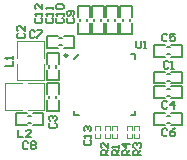
<source format=gto>
G04*
G04 #@! TF.GenerationSoftware,Altium Limited,Altium Designer,25.5.2 (35)*
G04*
G04 Layer_Color=14737632*
%FSLAX24Y24*%
%MOIN*%
G70*
G04*
G04 #@! TF.SameCoordinates,10BE4CE9-2312-42DA-BD6A-6239ED57E976*
G04*
G04*
G04 #@! TF.FilePolarity,Positive*
G04*
G01*
G75*
%ADD10C,0.0098*%
%ADD11C,0.0060*%
%ADD12C,0.0079*%
%ADD13C,0.0049*%
%ADD14C,0.0059*%
%ADD15C,0.0039*%
%ADD16C,0.0050*%
D10*
X-1250Y984D02*
G03*
X-1250Y984I-49J0D01*
G01*
D11*
X1654Y945D02*
Y1339D01*
X2579Y945D02*
Y1339D01*
X2215Y945D02*
X2579D01*
X1654D02*
X2018D01*
X2215Y1339D02*
X2579D01*
X1654D02*
X2018D01*
X39Y1703D02*
Y2067D01*
Y2264D02*
Y2628D01*
X433Y1703D02*
Y2067D01*
Y2264D02*
Y2628D01*
X39D02*
X433D01*
X39Y1703D02*
X433D01*
X512D02*
Y2067D01*
Y2264D02*
Y2628D01*
X906Y1703D02*
Y2067D01*
Y2264D02*
Y2628D01*
X512D02*
X906D01*
X512Y1703D02*
X906D01*
X-433D02*
Y2067D01*
Y2264D02*
Y2628D01*
X-39Y1703D02*
Y2067D01*
Y2264D02*
Y2628D01*
X-433D02*
X-39D01*
X-433Y1703D02*
X-39D01*
X-906D02*
Y2067D01*
Y2264D02*
Y2628D01*
X-512Y1703D02*
Y2067D01*
Y2264D02*
Y2628D01*
X-906D02*
X-512D01*
X-906Y1703D02*
X-512D01*
X1654Y-945D02*
X2018D01*
X2215D02*
X2579D01*
X1654Y-1339D02*
X2018D01*
X2215D02*
X2579D01*
Y-945D01*
X1654Y-1339D02*
Y-945D01*
X-1378Y1240D02*
X-1014D01*
X-1939D02*
X-1575D01*
X-1378Y1634D02*
X-1014D01*
X-1939D02*
X-1575D01*
X-1939Y1240D02*
Y1634D01*
X-1014Y1240D02*
Y1634D01*
X-2972Y-945D02*
X-2608D01*
X-2411D02*
X-2047D01*
X-2972Y-1339D02*
X-2608D01*
X-2411D02*
X-2047D01*
Y-945D01*
X-2972Y-1339D02*
Y-945D01*
X1654Y-49D02*
X2018D01*
X2215D02*
X2579D01*
X1654Y-443D02*
X2018D01*
X2215D02*
X2579D01*
Y-49D01*
X1654Y-443D02*
Y-49D01*
X-1939Y148D02*
X-1545D01*
X-1939Y1073D02*
X-1545D01*
Y709D02*
Y1073D01*
Y148D02*
Y512D01*
X-1939Y709D02*
Y1073D01*
Y148D02*
Y512D01*
X1654Y443D02*
X2018D01*
X2215D02*
X2579D01*
X1654Y49D02*
X2018D01*
X2215D02*
X2579D01*
Y443D01*
X1654Y49D02*
Y443D01*
X-1939Y49D02*
X-1545D01*
X-1939Y-876D02*
X-1545D01*
X-1939D02*
Y-512D01*
Y-315D02*
Y49D01*
X-1545Y-876D02*
Y-512D01*
Y-315D02*
Y49D01*
D12*
X2077Y1024D02*
X2156D01*
X2077Y1260D02*
X2156D01*
X118Y2126D02*
Y2205D01*
X354Y2126D02*
Y2205D01*
X591Y2126D02*
Y2205D01*
X827Y2126D02*
Y2205D01*
X-354Y2126D02*
Y2205D01*
X-118Y2126D02*
Y2205D01*
X-827Y2126D02*
Y2205D01*
X-591Y2126D02*
Y2205D01*
X2077Y-1024D02*
X2156D01*
X2077Y-1260D02*
X2156D01*
X-1516Y1319D02*
X-1437D01*
X-1516Y1555D02*
X-1437D01*
X-2549Y-1024D02*
X-2470D01*
X-2549Y-1260D02*
X-2470D01*
X2077Y-128D02*
X2156D01*
X2077Y-364D02*
X2156D01*
X-1624Y571D02*
Y650D01*
X-1860Y571D02*
Y650D01*
X2077Y364D02*
X2156D01*
X2077Y128D02*
X2156D01*
X-1860Y-453D02*
Y-374D01*
X-1624Y-453D02*
Y-374D01*
D13*
X228Y-1768D02*
X402D01*
X228Y-1382D02*
X402D01*
Y-1506D02*
Y-1382D01*
Y-1768D02*
Y-1644D01*
X228Y-1506D02*
Y-1382D01*
Y-1768D02*
Y-1644D01*
X-8Y-1768D02*
X165D01*
X-8Y-1382D02*
X165D01*
Y-1506D02*
Y-1382D01*
Y-1768D02*
Y-1644D01*
X-8Y-1506D02*
Y-1382D01*
Y-1768D02*
Y-1644D01*
X-323Y-1768D02*
X-150D01*
X-323Y-1382D02*
X-150D01*
Y-1506D02*
Y-1382D01*
Y-1768D02*
Y-1644D01*
X-323Y-1506D02*
Y-1382D01*
Y-1768D02*
Y-1644D01*
X976Y-1768D02*
Y-1644D01*
Y-1506D02*
Y-1382D01*
X1150Y-1768D02*
Y-1644D01*
Y-1506D02*
Y-1382D01*
X976D02*
X1150D01*
X976Y-1768D02*
X1150D01*
X740D02*
X913D01*
X740Y-1382D02*
X913D01*
Y-1506D02*
Y-1382D01*
Y-1768D02*
Y-1644D01*
X740Y-1506D02*
Y-1382D01*
Y-1768D02*
Y-1644D01*
D14*
X-1014Y856D02*
X-856Y1014D01*
X856D02*
X1014D01*
Y856D02*
Y1014D01*
Y-1014D02*
Y-856D01*
X856Y-1014D02*
X1014D01*
X-1014D02*
Y-856D01*
Y-1014D02*
X-856D01*
D15*
X-2930Y897D02*
Y1447D01*
X-2030D01*
Y897D02*
Y1447D01*
Y147D02*
Y697D01*
X-2930Y147D02*
X-2030D01*
X-2930D02*
Y697D01*
X-2577Y-854D02*
X-2027D01*
Y46D01*
X-2577D02*
X-2027D01*
X-3327D02*
X-2777D01*
X-3327Y-854D02*
Y46D01*
Y-854D02*
X-2777D01*
D16*
X1054Y1464D02*
Y1255D01*
X1096Y1214D01*
X1179D01*
X1220Y1255D01*
Y1464D01*
X1304Y1214D02*
X1387D01*
X1345D01*
Y1464D01*
X1304Y1422D01*
X-654Y-1839D02*
X-696Y-1880D01*
Y-1964D01*
X-654Y-2005D01*
X-488D01*
X-446Y-1964D01*
Y-1880D01*
X-488Y-1839D01*
X-446Y-1755D02*
Y-1672D01*
Y-1714D01*
X-696D01*
X-654Y-1755D01*
Y-1547D02*
X-696Y-1505D01*
Y-1422D01*
X-654Y-1381D01*
X-613D01*
X-571Y-1422D01*
Y-1464D01*
Y-1422D01*
X-529Y-1381D01*
X-488D01*
X-446Y-1422D01*
Y-1505D01*
X-488Y-1547D01*
X-2288Y2224D02*
X-2330Y2183D01*
Y2100D01*
X-2288Y2058D01*
X-2121D01*
X-2080Y2100D01*
Y2183D01*
X-2121Y2224D01*
X-2080Y2308D02*
Y2391D01*
Y2349D01*
X-2330D01*
X-2288Y2308D01*
X-2080Y2683D02*
Y2516D01*
X-2246Y2683D01*
X-2288D01*
X-2330Y2641D01*
Y2558D01*
X-2288Y2516D01*
X-1934Y2224D02*
X-1975Y2183D01*
Y2100D01*
X-1934Y2058D01*
X-1767D01*
X-1725Y2100D01*
Y2183D01*
X-1767Y2224D01*
X-1725Y2308D02*
Y2391D01*
Y2349D01*
X-1975D01*
X-1934Y2308D01*
X-1725Y2516D02*
Y2599D01*
Y2558D01*
X-1975D01*
X-1934Y2516D01*
X-1579Y2224D02*
X-1621Y2183D01*
Y2100D01*
X-1579Y2058D01*
X-1413D01*
X-1371Y2100D01*
Y2183D01*
X-1413Y2224D01*
X-1371Y2308D02*
Y2391D01*
Y2349D01*
X-1621D01*
X-1579Y2308D01*
Y2516D02*
X-1621Y2558D01*
Y2641D01*
X-1579Y2683D01*
X-1413D01*
X-1371Y2641D01*
Y2558D01*
X-1413Y2516D01*
X-1579D01*
X-1225Y2224D02*
X-1267Y2183D01*
Y2100D01*
X-1225Y2058D01*
X-1058D01*
X-1017Y2100D01*
Y2183D01*
X-1058Y2224D01*
Y2308D02*
X-1017Y2349D01*
Y2433D01*
X-1058Y2474D01*
X-1225D01*
X-1267Y2433D01*
Y2349D01*
X-1225Y2308D01*
X-1183D01*
X-1142Y2349D01*
Y2474D01*
X-2561Y-1925D02*
X-2603Y-1883D01*
X-2686D01*
X-2728Y-1925D01*
Y-2091D01*
X-2686Y-2133D01*
X-2603D01*
X-2561Y-2091D01*
X-2478Y-1925D02*
X-2436Y-1883D01*
X-2353D01*
X-2311Y-1925D01*
Y-1966D01*
X-2353Y-2008D01*
X-2311Y-2050D01*
Y-2091D01*
X-2353Y-2133D01*
X-2436D01*
X-2478Y-2091D01*
Y-2050D01*
X-2436Y-2008D01*
X-2478Y-1966D01*
Y-1925D01*
X-2436Y-2008D02*
X-2353D01*
X836Y-2352D02*
X586D01*
Y-2227D01*
X627Y-2185D01*
X711D01*
X752Y-2227D01*
Y-2352D01*
Y-2268D02*
X836Y-2185D01*
Y-1977D02*
X586D01*
X711Y-2102D01*
Y-1935D01*
X1198Y-2352D02*
X948D01*
Y-2227D01*
X990Y-2185D01*
X1073D01*
X1114Y-2227D01*
Y-2352D01*
Y-2268D02*
X1198Y-2185D01*
X990Y-2102D02*
X948Y-2060D01*
Y-1977D01*
X990Y-1935D01*
X1031D01*
X1073Y-1977D01*
Y-2018D01*
Y-1977D01*
X1114Y-1935D01*
X1156D01*
X1198Y-1977D01*
Y-2060D01*
X1156Y-2102D01*
X117Y-2352D02*
X-133D01*
Y-2227D01*
X-91Y-2185D01*
X-8D01*
X34Y-2227D01*
Y-2352D01*
Y-2268D02*
X117Y-2185D01*
Y-1935D02*
Y-2102D01*
X-50Y-1935D01*
X-91D01*
X-133Y-1977D01*
Y-2060D01*
X-91Y-2102D01*
X479Y-2352D02*
X229D01*
Y-2227D01*
X271Y-2185D01*
X354D01*
X396Y-2227D01*
Y-2352D01*
Y-2268D02*
X479Y-2185D01*
Y-2102D02*
Y-2018D01*
Y-2060D01*
X229D01*
X271Y-2102D01*
X2084Y-586D02*
X2043Y-544D01*
X1959D01*
X1918Y-586D01*
Y-753D01*
X1959Y-794D01*
X2043D01*
X2084Y-753D01*
X2293Y-794D02*
Y-544D01*
X2168Y-669D01*
X2334D01*
X-2879Y1713D02*
X-2920Y1671D01*
Y1588D01*
X-2879Y1546D01*
X-2712D01*
X-2670Y1588D01*
Y1671D01*
X-2712Y1713D01*
X-2670Y1963D02*
Y1796D01*
X-2837Y1963D01*
X-2879D01*
X-2920Y1921D01*
Y1838D01*
X-2879Y1796D01*
X2084Y1658D02*
X2043Y1700D01*
X1959D01*
X1918Y1658D01*
Y1491D01*
X1959Y1450D01*
X2043D01*
X2084Y1491D01*
X2334Y1700D02*
X2168D01*
Y1575D01*
X2251Y1616D01*
X2293D01*
X2334Y1575D01*
Y1491D01*
X2293Y1450D01*
X2209D01*
X2168Y1491D01*
X2084Y-1491D02*
X2043Y-1450D01*
X1959D01*
X1918Y-1491D01*
Y-1658D01*
X1959Y-1700D01*
X2043D01*
X2084Y-1658D01*
X2334Y-1450D02*
X2251Y-1491D01*
X2168Y-1575D01*
Y-1658D01*
X2209Y-1700D01*
X2293D01*
X2334Y-1658D01*
Y-1616D01*
X2293Y-1575D01*
X2168D01*
X-3314Y621D02*
X-3064D01*
Y787D01*
Y871D02*
Y954D01*
Y912D01*
X-3314D01*
X-3272Y871D01*
X-2885Y-1489D02*
Y-1739D01*
X-2719D01*
X-2469D02*
X-2636D01*
X-2469Y-1573D01*
Y-1531D01*
X-2511Y-1489D01*
X-2594D01*
X-2636Y-1531D01*
X2126Y753D02*
X2084Y794D01*
X2001D01*
X1959Y753D01*
Y586D01*
X2001Y544D01*
X2084D01*
X2126Y586D01*
X2209Y544D02*
X2293D01*
X2251D01*
Y794D01*
X2209Y753D01*
X-1816Y-1279D02*
X-1857Y-1321D01*
Y-1404D01*
X-1816Y-1446D01*
X-1649D01*
X-1607Y-1404D01*
Y-1321D01*
X-1649Y-1279D01*
X-1816Y-1196D02*
X-1857Y-1154D01*
Y-1071D01*
X-1816Y-1030D01*
X-1774D01*
X-1732Y-1071D01*
Y-1113D01*
Y-1071D01*
X-1691Y-1030D01*
X-1649D01*
X-1607Y-1071D01*
Y-1154D01*
X-1649Y-1196D01*
X-2342Y1776D02*
X-2384Y1818D01*
X-2467D01*
X-2509Y1776D01*
Y1610D01*
X-2467Y1568D01*
X-2384D01*
X-2342Y1610D01*
X-2259Y1818D02*
X-2093D01*
Y1776D01*
X-2259Y1610D01*
Y1568D01*
M02*

</source>
